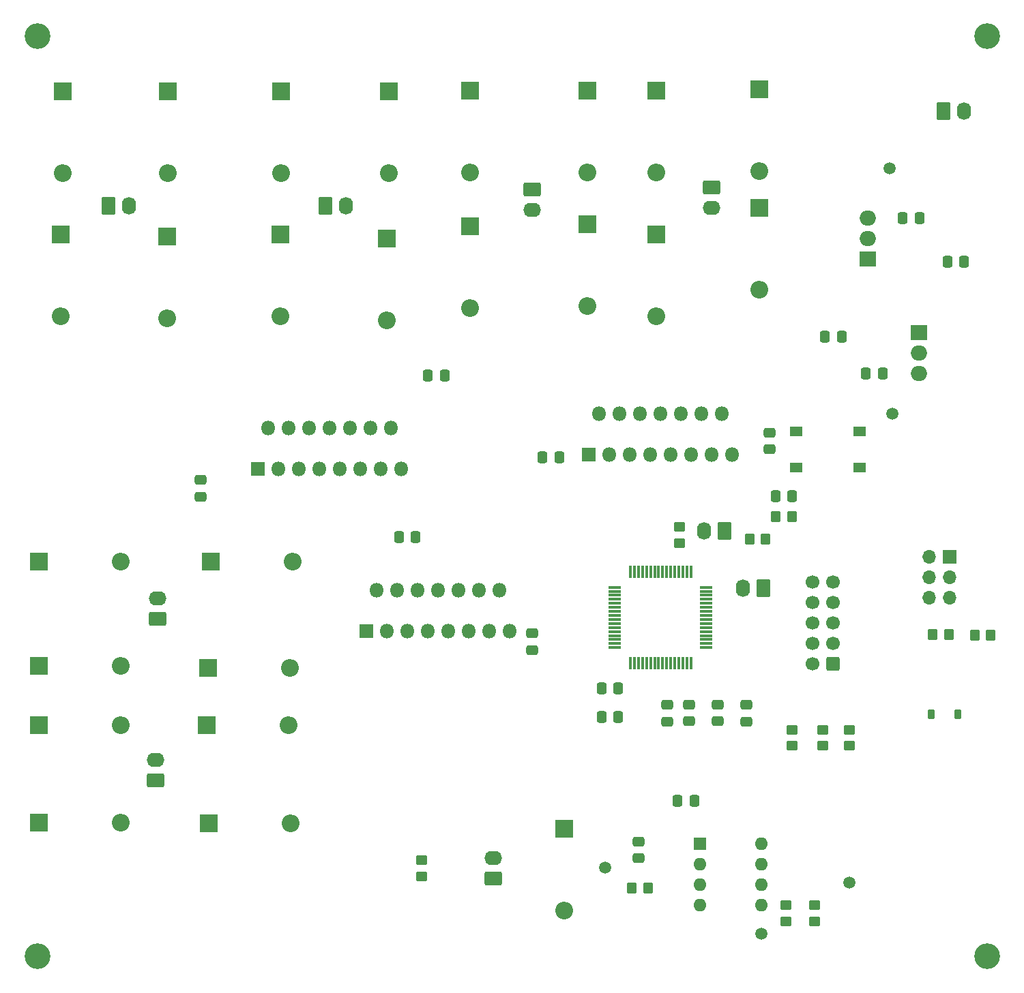
<source format=gbr>
%TF.GenerationSoftware,KiCad,Pcbnew,8.0.8*%
%TF.CreationDate,2025-03-31T18:54:26-05:00*%
%TF.ProjectId,Senior_Design_PCB_ethanl7_nrkim2,53656e69-6f72-45f4-9465-7369676e5f50,rev?*%
%TF.SameCoordinates,Original*%
%TF.FileFunction,Soldermask,Top*%
%TF.FilePolarity,Negative*%
%FSLAX46Y46*%
G04 Gerber Fmt 4.6, Leading zero omitted, Abs format (unit mm)*
G04 Created by KiCad (PCBNEW 8.0.8) date 2025-03-31 18:54:26*
%MOMM*%
%LPD*%
G01*
G04 APERTURE LIST*
G04 Aperture macros list*
%AMRoundRect*
0 Rectangle with rounded corners*
0 $1 Rounding radius*
0 $2 $3 $4 $5 $6 $7 $8 $9 X,Y pos of 4 corners*
0 Add a 4 corners polygon primitive as box body*
4,1,4,$2,$3,$4,$5,$6,$7,$8,$9,$2,$3,0*
0 Add four circle primitives for the rounded corners*
1,1,$1+$1,$2,$3*
1,1,$1+$1,$4,$5*
1,1,$1+$1,$6,$7*
1,1,$1+$1,$8,$9*
0 Add four rect primitives between the rounded corners*
20,1,$1+$1,$2,$3,$4,$5,0*
20,1,$1+$1,$4,$5,$6,$7,0*
20,1,$1+$1,$6,$7,$8,$9,0*
20,1,$1+$1,$8,$9,$2,$3,0*%
G04 Aperture macros list end*
%ADD10RoundRect,0.250000X0.337500X0.475000X-0.337500X0.475000X-0.337500X-0.475000X0.337500X-0.475000X0*%
%ADD11RoundRect,0.250000X-0.450000X0.350000X-0.450000X-0.350000X0.450000X-0.350000X0.450000X0.350000X0*%
%ADD12RoundRect,0.250000X0.620000X0.845000X-0.620000X0.845000X-0.620000X-0.845000X0.620000X-0.845000X0*%
%ADD13O,1.740000X2.190000*%
%ADD14RoundRect,0.225000X0.225000X0.375000X-0.225000X0.375000X-0.225000X-0.375000X0.225000X-0.375000X0*%
%ADD15R,2.200000X2.200000*%
%ADD16O,2.200000X2.200000*%
%ADD17R,1.800000X1.800000*%
%ADD18O,1.800000X1.800000*%
%ADD19C,1.500000*%
%ADD20C,3.200000*%
%ADD21RoundRect,0.250000X-0.337500X-0.475000X0.337500X-0.475000X0.337500X0.475000X-0.337500X0.475000X0*%
%ADD22RoundRect,0.250000X-0.475000X0.337500X-0.475000X-0.337500X0.475000X-0.337500X0.475000X0.337500X0*%
%ADD23R,1.600000X1.600000*%
%ADD24O,1.600000X1.600000*%
%ADD25R,2.000000X1.905000*%
%ADD26O,2.000000X1.905000*%
%ADD27RoundRect,0.250000X-0.620000X-0.845000X0.620000X-0.845000X0.620000X0.845000X-0.620000X0.845000X0*%
%ADD28RoundRect,0.250000X-0.845000X0.620000X-0.845000X-0.620000X0.845000X-0.620000X0.845000X0.620000X0*%
%ADD29O,2.190000X1.740000*%
%ADD30RoundRect,0.250000X0.845000X-0.620000X0.845000X0.620000X-0.845000X0.620000X-0.845000X-0.620000X0*%
%ADD31RoundRect,0.250000X0.350000X0.450000X-0.350000X0.450000X-0.350000X-0.450000X0.350000X-0.450000X0*%
%ADD32RoundRect,0.250000X-0.350000X-0.450000X0.350000X-0.450000X0.350000X0.450000X-0.350000X0.450000X0*%
%ADD33R,1.550000X1.300000*%
%ADD34RoundRect,0.075000X-0.075000X0.700000X-0.075000X-0.700000X0.075000X-0.700000X0.075000X0.700000X0*%
%ADD35RoundRect,0.075000X-0.700000X0.075000X-0.700000X-0.075000X0.700000X-0.075000X0.700000X0.075000X0*%
%ADD36RoundRect,0.250000X0.475000X-0.337500X0.475000X0.337500X-0.475000X0.337500X-0.475000X-0.337500X0*%
%ADD37R,1.700000X1.700000*%
%ADD38O,1.700000X1.700000*%
%ADD39RoundRect,0.250000X0.600000X0.600000X-0.600000X0.600000X-0.600000X-0.600000X0.600000X-0.600000X0*%
%ADD40C,1.700000*%
G04 APERTURE END LIST*
D10*
%TO.C,C19*%
X166396361Y-125210469D03*
X164321361Y-125210469D03*
%TD*%
D11*
%TO.C,R12*%
X181339361Y-138180469D03*
X181339361Y-140180469D03*
%TD*%
%TO.C,R11*%
X177783361Y-138180469D03*
X177783361Y-140180469D03*
%TD*%
D12*
%TO.C,D2*%
X174989361Y-98794469D03*
D13*
X172449361Y-98794469D03*
%TD*%
D12*
%TO.C,D1*%
X170163361Y-91682469D03*
D13*
X167623361Y-91682469D03*
%TD*%
D14*
%TO.C,D4*%
X199119361Y-114415469D03*
X195819361Y-114415469D03*
%TD*%
D15*
%TO.C,D12*%
X174481361Y-51550469D03*
D16*
X174481361Y-61710469D03*
%TD*%
D15*
%TO.C,D13*%
X85073361Y-127904469D03*
D16*
X95233361Y-127904469D03*
%TD*%
D17*
%TO.C,U5*%
X112251361Y-83935469D03*
D18*
X113521361Y-78855469D03*
X114791361Y-83935469D03*
X116061361Y-78855469D03*
X117331361Y-83935469D03*
X118601361Y-78855469D03*
X119871361Y-83935469D03*
X121141361Y-78855469D03*
X122411361Y-83935469D03*
X123681361Y-78855469D03*
X124951361Y-83935469D03*
X126221361Y-78855469D03*
X127491361Y-83935469D03*
X128761361Y-78855469D03*
X130031361Y-83935469D03*
%TD*%
D15*
%TO.C,D11*%
X174481361Y-36818469D03*
D16*
X174481361Y-46978469D03*
%TD*%
D15*
%TO.C,D15*%
X85073361Y-115812469D03*
D16*
X95233361Y-115812469D03*
%TD*%
D15*
%TO.C,D8*%
X153145361Y-36945469D03*
D16*
X153145361Y-47105469D03*
%TD*%
D17*
%TO.C,U3*%
X153272361Y-82157469D03*
D18*
X154542361Y-77077469D03*
X155812361Y-82157469D03*
X157082361Y-77077469D03*
X158352361Y-82157469D03*
X159622361Y-77077469D03*
X160892361Y-82157469D03*
X162162361Y-77077469D03*
X163432361Y-82157469D03*
X164702361Y-77077469D03*
X165972361Y-82157469D03*
X167242361Y-77077469D03*
X168512361Y-82157469D03*
X169782361Y-77077469D03*
X171052361Y-82157469D03*
%TD*%
D19*
%TO.C,TP2*%
X174735361Y-141720469D03*
%TD*%
D11*
%TO.C,R1*%
X164575361Y-91190469D03*
X164575361Y-93190469D03*
%TD*%
%TO.C,R8*%
X182355361Y-116352469D03*
X182355361Y-118352469D03*
%TD*%
D15*
%TO.C,D19*%
X85073361Y-95492469D03*
D16*
X95233361Y-95492469D03*
%TD*%
D15*
%TO.C,D28*%
X128253361Y-55360469D03*
D16*
X128253361Y-65520469D03*
%TD*%
D20*
%TO.C,H3*%
X84836000Y-144526000D03*
%TD*%
D21*
%TO.C,C16*%
X129734361Y-92444469D03*
X131809361Y-92444469D03*
%TD*%
D15*
%TO.C,D9*%
X161654361Y-36945469D03*
D16*
X161654361Y-47105469D03*
%TD*%
D19*
%TO.C,TP3*%
X155304361Y-133465469D03*
%TD*%
D21*
%TO.C,C13*%
X147535861Y-82538469D03*
X149610861Y-82538469D03*
%TD*%
D11*
%TO.C,R3*%
X132571361Y-132576469D03*
X132571361Y-134576469D03*
%TD*%
D15*
%TO.C,D26*%
X115045361Y-54852469D03*
D16*
X115045361Y-65012469D03*
%TD*%
D22*
%TO.C,C14*%
X175751361Y-79447469D03*
X175751361Y-81522469D03*
%TD*%
D19*
%TO.C,TP1*%
X185657361Y-135370469D03*
%TD*%
D22*
%TO.C,C7*%
X172830361Y-113272469D03*
X172830361Y-115347469D03*
%TD*%
D23*
%TO.C,U2*%
X167115361Y-130544469D03*
D24*
X167115361Y-133084469D03*
X167115361Y-135624469D03*
X167115361Y-138164469D03*
X174735361Y-138164469D03*
X174735361Y-135624469D03*
X174735361Y-133084469D03*
X174735361Y-130544469D03*
%TD*%
D15*
%TO.C,D5*%
X138540361Y-53836469D03*
D16*
X138540361Y-63996469D03*
%TD*%
D25*
%TO.C,U1*%
X187943361Y-57900469D03*
D26*
X187943361Y-55360469D03*
X187943361Y-52820469D03*
%TD*%
D17*
%TO.C,U4*%
X125713361Y-104128469D03*
D18*
X126983361Y-99048469D03*
X128253361Y-104128469D03*
X129523361Y-99048469D03*
X130793361Y-104128469D03*
X132063361Y-99048469D03*
X133333361Y-104128469D03*
X134603361Y-99048469D03*
X135873361Y-104128469D03*
X137143361Y-99048469D03*
X138413361Y-104128469D03*
X139683361Y-99048469D03*
X140953361Y-104128469D03*
X142223361Y-99048469D03*
X143493361Y-104128469D03*
%TD*%
D27*
%TO.C,J10*%
X120633361Y-51296469D03*
D13*
X123173361Y-51296469D03*
%TD*%
D15*
%TO.C,D23*%
X101007361Y-37072469D03*
D16*
X101007361Y-47232469D03*
%TD*%
D28*
%TO.C,J5*%
X146287361Y-49264469D03*
D29*
X146287361Y-51804469D03*
%TD*%
D10*
%TO.C,C10*%
X156955361Y-114796469D03*
X154880361Y-114796469D03*
%TD*%
D22*
%TO.C,C17*%
X105117861Y-85310969D03*
X105117861Y-87385969D03*
%TD*%
D25*
%TO.C,U7*%
X194293361Y-67044469D03*
D26*
X194293361Y-69584469D03*
X194293361Y-72124469D03*
%TD*%
D15*
%TO.C,D3*%
X150224361Y-128639469D03*
D16*
X150224361Y-138799469D03*
%TD*%
D15*
%TO.C,D18*%
X106028361Y-108700469D03*
D16*
X116188361Y-108700469D03*
%TD*%
D15*
%TO.C,D25*%
X115113361Y-37072469D03*
D16*
X115113361Y-47232469D03*
%TD*%
D19*
%TO.C,TP4*%
X190610361Y-46597469D03*
%TD*%
D21*
%TO.C,C2*%
X192239861Y-52820469D03*
X194314861Y-52820469D03*
%TD*%
D30*
%TO.C,J7*%
X99551361Y-122670469D03*
D29*
X99551361Y-120130469D03*
%TD*%
D15*
%TO.C,D20*%
X106409361Y-95492469D03*
D16*
X116569361Y-95492469D03*
%TD*%
D15*
%TO.C,D14*%
X106155361Y-128004469D03*
D16*
X116315361Y-128004469D03*
%TD*%
D22*
%TO.C,C6*%
X159495361Y-130247469D03*
X159495361Y-132322469D03*
%TD*%
D15*
%TO.C,D6*%
X153145361Y-53582469D03*
D16*
X153145361Y-63742469D03*
%TD*%
D20*
%TO.C,H2*%
X202692000Y-30226000D03*
%TD*%
D31*
%TO.C,R5*%
X178502361Y-89904469D03*
X176502361Y-89904469D03*
%TD*%
D21*
%TO.C,C4*%
X187689361Y-72124469D03*
X189764361Y-72124469D03*
%TD*%
D11*
%TO.C,R9*%
X178545361Y-116352469D03*
X178545361Y-118352469D03*
%TD*%
D15*
%TO.C,D7*%
X138540361Y-36945469D03*
D16*
X138540361Y-47105469D03*
%TD*%
D15*
%TO.C,D27*%
X128439361Y-37072469D03*
D16*
X128439361Y-47232469D03*
%TD*%
D30*
%TO.C,J8*%
X99805361Y-102604469D03*
D29*
X99805361Y-100064469D03*
%TD*%
D10*
%TO.C,C18*%
X135386861Y-72378469D03*
X133311861Y-72378469D03*
%TD*%
D15*
%TO.C,D16*%
X105901361Y-115812469D03*
D16*
X116061361Y-115812469D03*
%TD*%
D32*
%TO.C,R6*%
X201167361Y-104636469D03*
X203167361Y-104636469D03*
%TD*%
D15*
%TO.C,D21*%
X87971361Y-37072469D03*
D16*
X87971361Y-47232469D03*
%TD*%
D27*
%TO.C,J2*%
X197341361Y-39485469D03*
D13*
X199881361Y-39485469D03*
%TD*%
D33*
%TO.C,SW1*%
X186927361Y-83808469D03*
X178977361Y-83808469D03*
X186927361Y-79308469D03*
X178977361Y-79308469D03*
%TD*%
D32*
%TO.C,R4*%
X158638361Y-136005469D03*
X160638361Y-136005469D03*
%TD*%
D10*
%TO.C,C11*%
X156955361Y-111240469D03*
X154880361Y-111240469D03*
%TD*%
D34*
%TO.C,U6*%
X165952361Y-96735469D03*
X165452361Y-96735469D03*
X164952361Y-96735469D03*
X164452361Y-96735469D03*
X163952361Y-96735469D03*
X163452361Y-96735469D03*
X162952361Y-96735469D03*
X162452361Y-96735469D03*
X161952361Y-96735469D03*
X161452361Y-96735469D03*
X160952361Y-96735469D03*
X160452361Y-96735469D03*
X159952361Y-96735469D03*
X159452361Y-96735469D03*
X158952361Y-96735469D03*
X158452361Y-96735469D03*
D35*
X156527361Y-98660469D03*
X156527361Y-99160469D03*
X156527361Y-99660469D03*
X156527361Y-100160469D03*
X156527361Y-100660469D03*
X156527361Y-101160469D03*
X156527361Y-101660469D03*
X156527361Y-102160469D03*
X156527361Y-102660469D03*
X156527361Y-103160469D03*
X156527361Y-103660469D03*
X156527361Y-104160469D03*
X156527361Y-104660469D03*
X156527361Y-105160469D03*
X156527361Y-105660469D03*
X156527361Y-106160469D03*
D34*
X158452361Y-108085469D03*
X158952361Y-108085469D03*
X159452361Y-108085469D03*
X159952361Y-108085469D03*
X160452361Y-108085469D03*
X160952361Y-108085469D03*
X161452361Y-108085469D03*
X161952361Y-108085469D03*
X162452361Y-108085469D03*
X162952361Y-108085469D03*
X163452361Y-108085469D03*
X163952361Y-108085469D03*
X164452361Y-108085469D03*
X164952361Y-108085469D03*
X165452361Y-108085469D03*
X165952361Y-108085469D03*
D35*
X167877361Y-106160469D03*
X167877361Y-105660469D03*
X167877361Y-105160469D03*
X167877361Y-104660469D03*
X167877361Y-104160469D03*
X167877361Y-103660469D03*
X167877361Y-103160469D03*
X167877361Y-102660469D03*
X167877361Y-102160469D03*
X167877361Y-101660469D03*
X167877361Y-101160469D03*
X167877361Y-100660469D03*
X167877361Y-100160469D03*
X167877361Y-99660469D03*
X167877361Y-99160469D03*
X167877361Y-98660469D03*
%TD*%
D28*
%TO.C,J6*%
X168512361Y-49010469D03*
D29*
X168512361Y-51550469D03*
%TD*%
D22*
%TO.C,C9*%
X165718361Y-113229469D03*
X165718361Y-115304469D03*
%TD*%
D27*
%TO.C,J9*%
X93709361Y-51296469D03*
D13*
X96249361Y-51296469D03*
%TD*%
D15*
%TO.C,D22*%
X87776361Y-54852469D03*
D16*
X87776361Y-65012469D03*
%TD*%
D36*
%TO.C,C15*%
X146287361Y-106435969D03*
X146287361Y-104360969D03*
%TD*%
D11*
%TO.C,R10*%
X185657361Y-116352469D03*
X185657361Y-118352469D03*
%TD*%
D21*
%TO.C,C3*%
X182609361Y-67552469D03*
X184684361Y-67552469D03*
%TD*%
D15*
%TO.C,D10*%
X161654361Y-54852469D03*
D16*
X161654361Y-65012469D03*
%TD*%
D32*
%TO.C,R2*%
X173243361Y-92698469D03*
X175243361Y-92698469D03*
%TD*%
D37*
%TO.C,J3*%
X198103361Y-94857469D03*
D38*
X195563361Y-94857469D03*
X198103361Y-97397469D03*
X195563361Y-97397469D03*
X198103361Y-99937469D03*
X195563361Y-99937469D03*
%TD*%
D15*
%TO.C,D17*%
X85073361Y-108455469D03*
D16*
X95233361Y-108455469D03*
%TD*%
D10*
%TO.C,C1*%
X199881361Y-58257969D03*
X197806361Y-58257969D03*
%TD*%
D22*
%TO.C,C8*%
X169274361Y-113229469D03*
X169274361Y-115304469D03*
%TD*%
D19*
%TO.C,TP5*%
X190991361Y-77077469D03*
%TD*%
D22*
%TO.C,C5*%
X163051361Y-113250969D03*
X163051361Y-115325969D03*
%TD*%
D32*
%TO.C,R7*%
X195960361Y-104509469D03*
X197960361Y-104509469D03*
%TD*%
D15*
%TO.C,D24*%
X100966361Y-55106469D03*
D16*
X100966361Y-65266469D03*
%TD*%
D39*
%TO.C,J4*%
X183625361Y-108192469D03*
D40*
X181085361Y-108192469D03*
X183625361Y-105652469D03*
X181085361Y-105652469D03*
X183625361Y-103112469D03*
X181085361Y-103112469D03*
X183625361Y-100572469D03*
X181085361Y-100572469D03*
X183625361Y-98032469D03*
X181085361Y-98032469D03*
%TD*%
D30*
%TO.C,J1*%
X141461361Y-134862469D03*
D29*
X141461361Y-132322469D03*
%TD*%
D20*
%TO.C,H1*%
X84836000Y-30226000D03*
%TD*%
D21*
%TO.C,C12*%
X176470361Y-87364469D03*
X178545361Y-87364469D03*
%TD*%
D20*
%TO.C,H4*%
X202692000Y-144526000D03*
%TD*%
M02*

</source>
